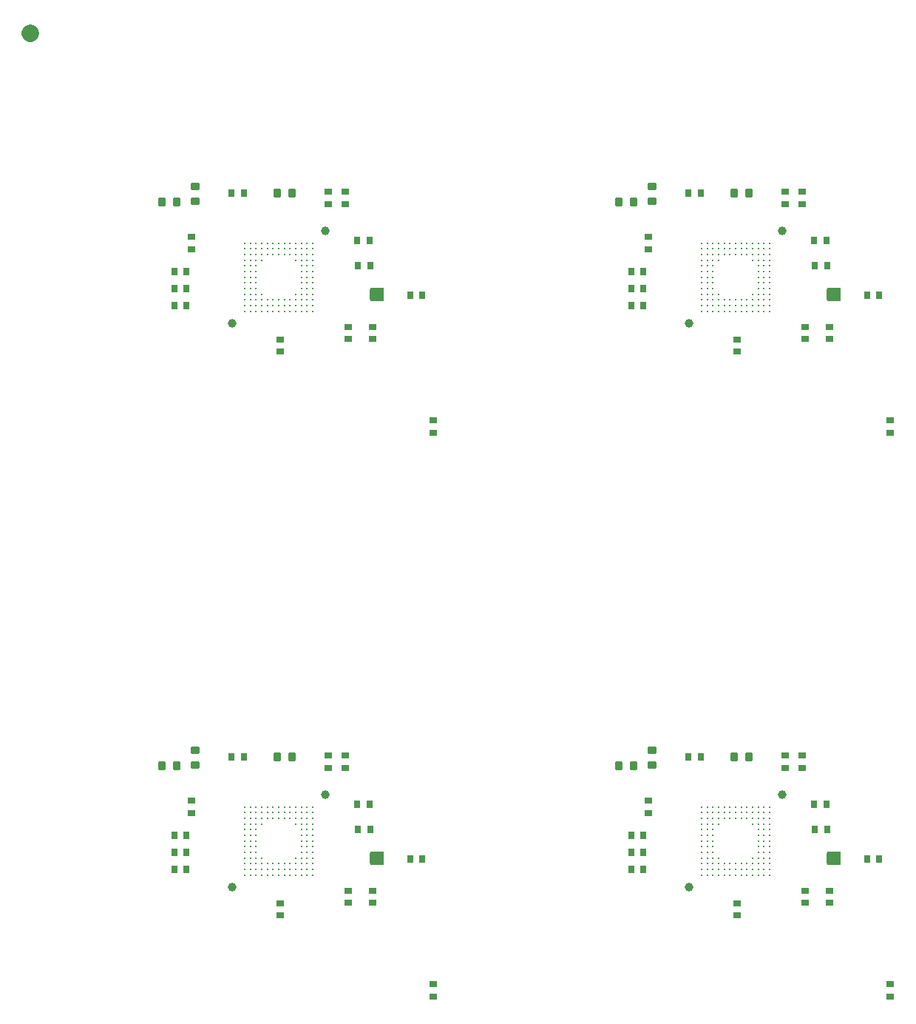
<source format=gtp>
G04*
G04 #@! TF.GenerationSoftware,Altium Limited,Altium Designer,19.1.5 (86)*
G04*
G04 Layer_Color=8421504*
%FSLAX25Y25*%
%MOIN*%
G70*
G01*
G75*
%ADD11R,0.03740X0.02953*%
%ADD12R,0.02953X0.03740*%
%ADD13R,0.02500X0.05000*%
G04:AMPARAMS|DCode=15|XSize=39.37mil|YSize=35.43mil|CornerRadius=4.43mil|HoleSize=0mil|Usage=FLASHONLY|Rotation=0.000|XOffset=0mil|YOffset=0mil|HoleType=Round|Shape=RoundedRectangle|*
%AMROUNDEDRECTD15*
21,1,0.03937,0.02657,0,0,0.0*
21,1,0.03051,0.03543,0,0,0.0*
1,1,0.00886,0.01526,-0.01329*
1,1,0.00886,-0.01526,-0.01329*
1,1,0.00886,-0.01526,0.01329*
1,1,0.00886,0.01526,0.01329*
%
%ADD15ROUNDEDRECTD15*%
%ADD16C,0.03937*%
%ADD17C,0.00984*%
G04:AMPARAMS|DCode=18|XSize=39.37mil|YSize=35.43mil|CornerRadius=4.43mil|HoleSize=0mil|Usage=FLASHONLY|Rotation=90.000|XOffset=0mil|YOffset=0mil|HoleType=Round|Shape=RoundedRectangle|*
%AMROUNDEDRECTD18*
21,1,0.03937,0.02657,0,0,90.0*
21,1,0.03051,0.03543,0,0,90.0*
1,1,0.00886,0.01329,0.01526*
1,1,0.00886,0.01329,-0.01526*
1,1,0.00886,-0.01329,-0.01526*
1,1,0.00886,-0.01329,0.01526*
%
%ADD18ROUNDEDRECTD18*%
%ADD38C,0.07874*%
%ADD39R,0.06299X0.06299*%
D11*
X64774Y170410D02*
D03*
Y164899D02*
D03*
X173700Y82344D02*
D03*
Y87856D02*
D03*
X104700Y118844D02*
D03*
Y124356D02*
D03*
X135500Y124449D02*
D03*
Y129961D02*
D03*
X146300Y124449D02*
D03*
Y129961D02*
D03*
X134154Y185244D02*
D03*
Y190756D02*
D03*
X126295Y185244D02*
D03*
Y190756D02*
D03*
X270774Y170410D02*
D03*
Y164899D02*
D03*
X379700Y82344D02*
D03*
Y87856D02*
D03*
X310700Y118844D02*
D03*
Y124356D02*
D03*
X341500Y124449D02*
D03*
Y129961D02*
D03*
X352300Y124449D02*
D03*
Y129961D02*
D03*
X340154Y185244D02*
D03*
Y190756D02*
D03*
X332295Y185244D02*
D03*
Y190756D02*
D03*
X64774Y424410D02*
D03*
Y418898D02*
D03*
X173700Y336344D02*
D03*
Y341856D02*
D03*
X104700Y372844D02*
D03*
Y378356D02*
D03*
X135500Y378449D02*
D03*
Y383961D02*
D03*
X146300Y378449D02*
D03*
Y383961D02*
D03*
X134154Y439244D02*
D03*
Y444756D02*
D03*
X126295Y439244D02*
D03*
Y444756D02*
D03*
X270774Y424410D02*
D03*
Y418898D02*
D03*
X379700Y336344D02*
D03*
Y341856D02*
D03*
X310700Y372844D02*
D03*
Y378356D02*
D03*
X341500Y378449D02*
D03*
Y383961D02*
D03*
X352300Y378449D02*
D03*
Y383961D02*
D03*
X340154Y439244D02*
D03*
Y444756D02*
D03*
X332295Y439244D02*
D03*
Y444756D02*
D03*
D12*
X168756Y144300D02*
D03*
X163244D02*
D03*
X139688Y157418D02*
D03*
X145200D02*
D03*
X144856Y169000D02*
D03*
X139344D02*
D03*
X56944Y147182D02*
D03*
X62456D02*
D03*
Y155000D02*
D03*
X56944D02*
D03*
Y139505D02*
D03*
X62456D02*
D03*
X88351Y190300D02*
D03*
X82839D02*
D03*
X374756Y144300D02*
D03*
X369244D02*
D03*
X345688Y157418D02*
D03*
X351200D02*
D03*
X350856Y169000D02*
D03*
X345344D02*
D03*
X262944Y147182D02*
D03*
X268456D02*
D03*
Y155000D02*
D03*
X262944D02*
D03*
Y139505D02*
D03*
X268456D02*
D03*
X294351Y190300D02*
D03*
X288839D02*
D03*
X168756Y398300D02*
D03*
X163244D02*
D03*
X139688Y411418D02*
D03*
X145200D02*
D03*
X144856Y423000D02*
D03*
X139344D02*
D03*
X56944Y401182D02*
D03*
X62456D02*
D03*
Y409000D02*
D03*
X56944D02*
D03*
Y393505D02*
D03*
X62456D02*
D03*
X88351Y444300D02*
D03*
X82839D02*
D03*
X374756Y398300D02*
D03*
X369244D02*
D03*
X345688Y411418D02*
D03*
X351200D02*
D03*
X350856Y423000D02*
D03*
X345344D02*
D03*
X262944Y401182D02*
D03*
X268456D02*
D03*
Y409000D02*
D03*
X262944D02*
D03*
Y393505D02*
D03*
X268456D02*
D03*
X294351Y444300D02*
D03*
X288839D02*
D03*
D13*
X146300Y144623D02*
D03*
X149543D02*
D03*
X352300D02*
D03*
X355543D02*
D03*
X146300Y398623D02*
D03*
X149543D02*
D03*
X352300D02*
D03*
X355543D02*
D03*
D15*
X66500Y186453D02*
D03*
Y193147D02*
D03*
X272500Y186453D02*
D03*
Y193147D02*
D03*
X66500Y440453D02*
D03*
Y447147D02*
D03*
X272500Y440453D02*
D03*
Y447147D02*
D03*
D16*
X83096Y131396D02*
D03*
X124904Y173204D02*
D03*
X289096Y131396D02*
D03*
X330904Y173204D02*
D03*
X83096Y385397D02*
D03*
X124904Y427204D02*
D03*
X289096Y385397D02*
D03*
X330904Y427204D02*
D03*
D17*
X93764Y154859D02*
D03*
X114236D02*
D03*
X88646Y167654D02*
D03*
Y165095D02*
D03*
Y162536D02*
D03*
Y159977D02*
D03*
Y157418D02*
D03*
Y154859D02*
D03*
Y152300D02*
D03*
Y149741D02*
D03*
Y147182D02*
D03*
Y144623D02*
D03*
Y142064D02*
D03*
Y139505D02*
D03*
Y136946D02*
D03*
X91205Y167654D02*
D03*
Y165095D02*
D03*
Y162536D02*
D03*
Y159977D02*
D03*
Y157418D02*
D03*
Y154859D02*
D03*
Y152300D02*
D03*
Y149741D02*
D03*
Y147182D02*
D03*
Y144623D02*
D03*
Y142064D02*
D03*
Y139505D02*
D03*
Y136946D02*
D03*
X93764Y167654D02*
D03*
Y165095D02*
D03*
Y162536D02*
D03*
Y159977D02*
D03*
Y157418D02*
D03*
Y152300D02*
D03*
Y149741D02*
D03*
Y147182D02*
D03*
Y144623D02*
D03*
Y142064D02*
D03*
Y139505D02*
D03*
Y136946D02*
D03*
X96323Y167654D02*
D03*
Y165095D02*
D03*
Y162536D02*
D03*
Y159977D02*
D03*
Y144623D02*
D03*
Y142064D02*
D03*
Y139505D02*
D03*
Y136946D02*
D03*
X98882Y167654D02*
D03*
Y165095D02*
D03*
Y162536D02*
D03*
Y142064D02*
D03*
Y139505D02*
D03*
Y136946D02*
D03*
X101441Y167654D02*
D03*
Y165095D02*
D03*
Y162536D02*
D03*
Y142064D02*
D03*
Y139505D02*
D03*
Y136946D02*
D03*
X104000Y167654D02*
D03*
Y165095D02*
D03*
Y162536D02*
D03*
Y142064D02*
D03*
Y139505D02*
D03*
Y136946D02*
D03*
X106559Y167654D02*
D03*
Y165095D02*
D03*
Y162536D02*
D03*
Y142064D02*
D03*
Y139505D02*
D03*
Y136946D02*
D03*
X109118Y167654D02*
D03*
Y165095D02*
D03*
Y162536D02*
D03*
Y142064D02*
D03*
Y139505D02*
D03*
Y136946D02*
D03*
X111677Y167654D02*
D03*
Y165095D02*
D03*
Y162536D02*
D03*
Y159977D02*
D03*
Y144623D02*
D03*
Y142064D02*
D03*
Y139505D02*
D03*
Y136946D02*
D03*
X114236Y167654D02*
D03*
Y165095D02*
D03*
Y162536D02*
D03*
Y159977D02*
D03*
Y157418D02*
D03*
Y152300D02*
D03*
Y149741D02*
D03*
Y147182D02*
D03*
Y144623D02*
D03*
Y142064D02*
D03*
Y139505D02*
D03*
Y136946D02*
D03*
X116795Y167654D02*
D03*
Y165095D02*
D03*
Y162536D02*
D03*
Y159977D02*
D03*
Y157418D02*
D03*
Y154859D02*
D03*
Y152300D02*
D03*
Y149741D02*
D03*
Y147182D02*
D03*
Y144623D02*
D03*
Y142064D02*
D03*
Y139505D02*
D03*
Y136946D02*
D03*
X119354Y167654D02*
D03*
Y165095D02*
D03*
Y162536D02*
D03*
Y159977D02*
D03*
Y157418D02*
D03*
Y154859D02*
D03*
Y152300D02*
D03*
Y149741D02*
D03*
Y147182D02*
D03*
Y144623D02*
D03*
Y142064D02*
D03*
Y139505D02*
D03*
Y136946D02*
D03*
X299764Y154859D02*
D03*
X320236D02*
D03*
X294646Y167654D02*
D03*
Y165095D02*
D03*
Y162536D02*
D03*
Y159977D02*
D03*
Y157418D02*
D03*
Y154859D02*
D03*
Y152300D02*
D03*
Y149741D02*
D03*
Y147182D02*
D03*
Y144623D02*
D03*
Y142064D02*
D03*
Y139505D02*
D03*
Y136946D02*
D03*
X297205Y167654D02*
D03*
Y165095D02*
D03*
Y162536D02*
D03*
Y159977D02*
D03*
Y157418D02*
D03*
Y154859D02*
D03*
Y152300D02*
D03*
Y149741D02*
D03*
Y147182D02*
D03*
Y144623D02*
D03*
Y142064D02*
D03*
Y139505D02*
D03*
Y136946D02*
D03*
X299764Y167654D02*
D03*
Y165095D02*
D03*
Y162536D02*
D03*
Y159977D02*
D03*
Y157418D02*
D03*
Y152300D02*
D03*
Y149741D02*
D03*
Y147182D02*
D03*
Y144623D02*
D03*
Y142064D02*
D03*
Y139505D02*
D03*
Y136946D02*
D03*
X302323Y167654D02*
D03*
Y165095D02*
D03*
Y162536D02*
D03*
Y159977D02*
D03*
Y144623D02*
D03*
Y142064D02*
D03*
Y139505D02*
D03*
Y136946D02*
D03*
X304882Y167654D02*
D03*
Y165095D02*
D03*
Y162536D02*
D03*
Y142064D02*
D03*
Y139505D02*
D03*
Y136946D02*
D03*
X307441Y167654D02*
D03*
Y165095D02*
D03*
Y162536D02*
D03*
Y142064D02*
D03*
Y139505D02*
D03*
Y136946D02*
D03*
X310000Y167654D02*
D03*
Y165095D02*
D03*
Y162536D02*
D03*
Y142064D02*
D03*
Y139505D02*
D03*
Y136946D02*
D03*
X312559Y167654D02*
D03*
Y165095D02*
D03*
Y162536D02*
D03*
Y142064D02*
D03*
Y139505D02*
D03*
Y136946D02*
D03*
X315118Y167654D02*
D03*
Y165095D02*
D03*
Y162536D02*
D03*
Y142064D02*
D03*
Y139505D02*
D03*
Y136946D02*
D03*
X317677Y167654D02*
D03*
Y165095D02*
D03*
Y162536D02*
D03*
Y159977D02*
D03*
Y144623D02*
D03*
Y142064D02*
D03*
Y139505D02*
D03*
Y136946D02*
D03*
X320236Y167654D02*
D03*
Y165095D02*
D03*
Y162536D02*
D03*
Y159977D02*
D03*
Y157418D02*
D03*
Y152300D02*
D03*
Y149741D02*
D03*
Y147182D02*
D03*
Y144623D02*
D03*
Y142064D02*
D03*
Y139505D02*
D03*
Y136946D02*
D03*
X322795Y167654D02*
D03*
Y165095D02*
D03*
Y162536D02*
D03*
Y159977D02*
D03*
Y157418D02*
D03*
Y154859D02*
D03*
Y152300D02*
D03*
Y149741D02*
D03*
Y147182D02*
D03*
Y144623D02*
D03*
Y142064D02*
D03*
Y139505D02*
D03*
Y136946D02*
D03*
X325354Y167654D02*
D03*
Y165095D02*
D03*
Y162536D02*
D03*
Y159977D02*
D03*
Y157418D02*
D03*
Y154859D02*
D03*
Y152300D02*
D03*
Y149741D02*
D03*
Y147182D02*
D03*
Y144623D02*
D03*
Y142064D02*
D03*
Y139505D02*
D03*
Y136946D02*
D03*
X93764Y408859D02*
D03*
X114236D02*
D03*
X88646Y421654D02*
D03*
Y419095D02*
D03*
Y416536D02*
D03*
Y413977D02*
D03*
Y411418D02*
D03*
Y408859D02*
D03*
Y406300D02*
D03*
Y403741D02*
D03*
Y401182D02*
D03*
Y398623D02*
D03*
Y396064D02*
D03*
Y393505D02*
D03*
Y390946D02*
D03*
X91205Y421654D02*
D03*
Y419095D02*
D03*
Y416536D02*
D03*
Y413977D02*
D03*
Y411418D02*
D03*
Y408859D02*
D03*
Y406300D02*
D03*
Y403741D02*
D03*
Y401182D02*
D03*
Y398623D02*
D03*
Y396064D02*
D03*
Y393505D02*
D03*
Y390946D02*
D03*
X93764Y421654D02*
D03*
Y419095D02*
D03*
Y416536D02*
D03*
Y413977D02*
D03*
Y411418D02*
D03*
Y406300D02*
D03*
Y403741D02*
D03*
Y401182D02*
D03*
Y398623D02*
D03*
Y396064D02*
D03*
Y393505D02*
D03*
Y390946D02*
D03*
X96323Y421654D02*
D03*
Y419095D02*
D03*
Y416536D02*
D03*
Y413977D02*
D03*
Y398623D02*
D03*
Y396064D02*
D03*
Y393505D02*
D03*
Y390946D02*
D03*
X98882Y421654D02*
D03*
Y419095D02*
D03*
Y416536D02*
D03*
Y396064D02*
D03*
Y393505D02*
D03*
Y390946D02*
D03*
X101441Y421654D02*
D03*
Y419095D02*
D03*
Y416536D02*
D03*
Y396064D02*
D03*
Y393505D02*
D03*
Y390946D02*
D03*
X104000Y421654D02*
D03*
Y419095D02*
D03*
Y416536D02*
D03*
Y396064D02*
D03*
Y393505D02*
D03*
Y390946D02*
D03*
X106559Y421654D02*
D03*
Y419095D02*
D03*
Y416536D02*
D03*
Y396064D02*
D03*
Y393505D02*
D03*
Y390946D02*
D03*
X109118Y421654D02*
D03*
Y419095D02*
D03*
Y416536D02*
D03*
Y396064D02*
D03*
Y393505D02*
D03*
Y390946D02*
D03*
X111677Y421654D02*
D03*
Y419095D02*
D03*
Y416536D02*
D03*
Y413977D02*
D03*
Y398623D02*
D03*
Y396064D02*
D03*
Y393505D02*
D03*
Y390946D02*
D03*
X114236Y421654D02*
D03*
Y419095D02*
D03*
Y416536D02*
D03*
Y413977D02*
D03*
Y411418D02*
D03*
Y406300D02*
D03*
Y403741D02*
D03*
Y401182D02*
D03*
Y398623D02*
D03*
Y396064D02*
D03*
Y393505D02*
D03*
Y390946D02*
D03*
X116795Y421654D02*
D03*
Y419095D02*
D03*
Y416536D02*
D03*
Y413977D02*
D03*
Y411418D02*
D03*
Y408859D02*
D03*
Y406300D02*
D03*
Y403741D02*
D03*
Y401182D02*
D03*
Y398623D02*
D03*
Y396064D02*
D03*
Y393505D02*
D03*
Y390946D02*
D03*
X119354Y421654D02*
D03*
Y419095D02*
D03*
Y416536D02*
D03*
Y413977D02*
D03*
Y411418D02*
D03*
Y408859D02*
D03*
Y406300D02*
D03*
Y403741D02*
D03*
Y401182D02*
D03*
Y398623D02*
D03*
Y396064D02*
D03*
Y393505D02*
D03*
Y390946D02*
D03*
X299764Y408859D02*
D03*
X320236D02*
D03*
X294646Y421654D02*
D03*
Y419095D02*
D03*
Y416536D02*
D03*
Y413977D02*
D03*
Y411418D02*
D03*
Y408859D02*
D03*
Y406300D02*
D03*
Y403741D02*
D03*
Y401182D02*
D03*
Y398623D02*
D03*
Y396064D02*
D03*
Y393505D02*
D03*
Y390946D02*
D03*
X297205Y421654D02*
D03*
Y419095D02*
D03*
Y416536D02*
D03*
Y413977D02*
D03*
Y411418D02*
D03*
Y408859D02*
D03*
Y406300D02*
D03*
Y403741D02*
D03*
Y401182D02*
D03*
Y398623D02*
D03*
Y396064D02*
D03*
Y393505D02*
D03*
Y390946D02*
D03*
X299764Y421654D02*
D03*
Y419095D02*
D03*
Y416536D02*
D03*
Y413977D02*
D03*
Y411418D02*
D03*
Y406300D02*
D03*
Y403741D02*
D03*
Y401182D02*
D03*
Y398623D02*
D03*
Y396064D02*
D03*
Y393505D02*
D03*
Y390946D02*
D03*
X302323Y421654D02*
D03*
Y419095D02*
D03*
Y416536D02*
D03*
Y413977D02*
D03*
Y398623D02*
D03*
Y396064D02*
D03*
Y393505D02*
D03*
Y390946D02*
D03*
X304882Y421654D02*
D03*
Y419095D02*
D03*
Y416536D02*
D03*
Y396064D02*
D03*
Y393505D02*
D03*
Y390946D02*
D03*
X307441Y421654D02*
D03*
Y419095D02*
D03*
Y416536D02*
D03*
Y396064D02*
D03*
Y393505D02*
D03*
Y390946D02*
D03*
X310000Y421654D02*
D03*
Y419095D02*
D03*
Y416536D02*
D03*
Y396064D02*
D03*
Y393505D02*
D03*
Y390946D02*
D03*
X312559Y421654D02*
D03*
Y419095D02*
D03*
Y416536D02*
D03*
Y396064D02*
D03*
Y393505D02*
D03*
Y390946D02*
D03*
X315118Y421654D02*
D03*
Y419095D02*
D03*
Y416536D02*
D03*
Y396064D02*
D03*
Y393505D02*
D03*
Y390946D02*
D03*
X317677Y421654D02*
D03*
Y419095D02*
D03*
Y416536D02*
D03*
Y413977D02*
D03*
Y398623D02*
D03*
Y396064D02*
D03*
Y393505D02*
D03*
Y390946D02*
D03*
X320236Y421654D02*
D03*
Y419095D02*
D03*
Y416536D02*
D03*
Y413977D02*
D03*
Y411418D02*
D03*
Y406300D02*
D03*
Y403741D02*
D03*
Y401182D02*
D03*
Y398623D02*
D03*
Y396064D02*
D03*
Y393505D02*
D03*
Y390946D02*
D03*
X322795Y421654D02*
D03*
Y419095D02*
D03*
Y416536D02*
D03*
Y413977D02*
D03*
Y411418D02*
D03*
Y408859D02*
D03*
Y406300D02*
D03*
Y403741D02*
D03*
Y401182D02*
D03*
Y398623D02*
D03*
Y396064D02*
D03*
Y393505D02*
D03*
Y390946D02*
D03*
X325354Y421654D02*
D03*
Y419095D02*
D03*
Y416536D02*
D03*
Y413977D02*
D03*
Y411418D02*
D03*
Y408859D02*
D03*
Y406300D02*
D03*
Y403741D02*
D03*
Y401182D02*
D03*
Y398623D02*
D03*
Y396064D02*
D03*
Y393505D02*
D03*
Y390946D02*
D03*
D18*
X103354Y190300D02*
D03*
X110047D02*
D03*
X51354Y186200D02*
D03*
X58047D02*
D03*
X309353Y190300D02*
D03*
X316047D02*
D03*
X257353Y186200D02*
D03*
X264047D02*
D03*
X103354Y444300D02*
D03*
X110047D02*
D03*
X51354Y440200D02*
D03*
X58047D02*
D03*
X309353Y444300D02*
D03*
X316047D02*
D03*
X257353Y440200D02*
D03*
X264047D02*
D03*
D38*
X-7874Y516374D02*
G03*
X-7874Y516374I0J0D01*
G01*
D39*
X148315Y144623D02*
D03*
X354315D02*
D03*
X148315Y398623D02*
D03*
X354315D02*
D03*
M02*

</source>
